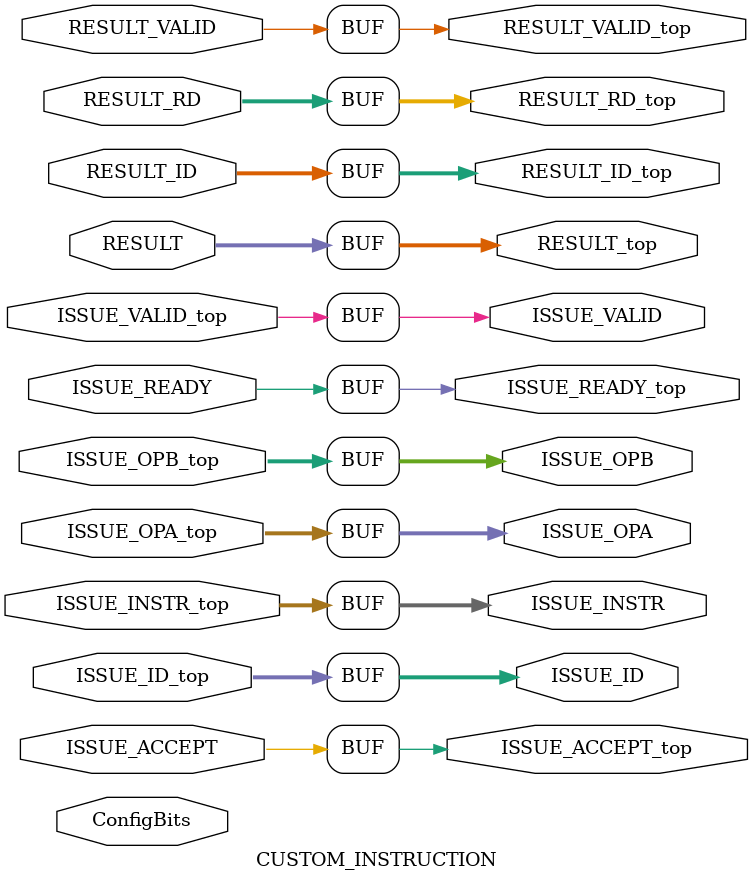
<source format=v>


module CUSTOM_INSTRUCTION #(parameter NoConfigBits = 0)(
	// ConfigBits has to be adjusted manually (we don't use an arithmetic parser for the value)

	// User design
    input         ISSUE_READY,
    input         ISSUE_ACCEPT,
    output        ISSUE_VALID,
    output [31:0] ISSUE_INSTR,
    output [31:0] ISSUE_OPA,
    output [31:0] ISSUE_OPB,
    output [ 3:0] ISSUE_ID,
    
    input         RESULT_VALID,
    input  [ 3:0] RESULT_ID,
    input  [ 4:0] RESULT_RD,
    input  [31:0] RESULT,

    // Top
    (* FABulous, EXTERNAL *) output        ISSUE_READY_top,
    (* FABulous, EXTERNAL *) output        ISSUE_ACCEPT_top,
    (* FABulous, EXTERNAL *) input         ISSUE_VALID_top,
    (* FABulous, EXTERNAL *) input  [31:0] ISSUE_INSTR_top,
    (* FABulous, EXTERNAL *) input  [31:0] ISSUE_OPA_top,
    (* FABulous, EXTERNAL *) input  [31:0] ISSUE_OPB_top,
    (* FABulous, EXTERNAL *) input  [ 3:0] ISSUE_ID_top,
    
    (* FABulous, EXTERNAL *) output        RESULT_VALID_top,
    (* FABulous, EXTERNAL *) output [ 3:0] RESULT_ID_top,
    (* FABulous, EXTERNAL *) output [ 4:0] RESULT_RD_top,
    (* FABulous, EXTERNAL *) output [31:0] RESULT_top,

    	(* FABulous, GLOBAL *) input [NoConfigBits-1:0] ConfigBits
);

    assign ISSUE_READY_top  = ISSUE_READY;
    assign ISSUE_ACCEPT_top = ISSUE_ACCEPT;

    assign ISSUE_VALID  = ISSUE_VALID_top;
    assign ISSUE_INSTR  = ISSUE_INSTR_top;
    assign ISSUE_OPA    = ISSUE_OPA_top;
    assign ISSUE_OPB    = ISSUE_OPB_top;
    assign ISSUE_ID     = ISSUE_ID_top;

    assign RESULT_VALID_top = RESULT_VALID;
    assign RESULT_ID_top    = RESULT_ID;
    assign RESULT_RD_top    = RESULT_RD;
    assign RESULT_top       = RESULT;

endmodule

</source>
